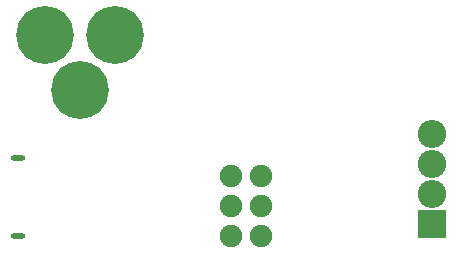
<source format=gbr>
G04 #@! TF.FileFunction,Soldermask,Bot*
%FSLAX46Y46*%
G04 Gerber Fmt 4.6, Leading zero omitted, Abs format (unit mm)*
G04 Created by KiCad (PCBNEW 4.0.4-stable) date 03/14/17 06:36:14*
%MOMM*%
%LPD*%
G01*
G04 APERTURE LIST*
%ADD10C,0.100000*%
%ADD11O,1.200006X0.500006*%
%ADD12C,4.900000*%
%ADD13O,2.398980X2.398980*%
%ADD14R,2.398980X2.398980*%
%ADD15C,1.900000*%
G04 APERTURE END LIST*
D10*
D11*
X25700000Y-38200000D03*
X25700000Y-44800000D03*
D12*
X33950140Y-27750000D03*
X27950660Y-27750000D03*
X30950400Y-32449000D03*
D13*
X60750000Y-36130000D03*
D14*
X60750000Y-43750000D03*
D13*
X60750000Y-41210000D03*
X60750000Y-38670000D03*
D15*
X43710000Y-44750000D03*
X46250000Y-44750000D03*
X43710000Y-42210000D03*
X46250000Y-42210000D03*
X43710000Y-39670000D03*
X46250000Y-39670000D03*
M02*

</source>
